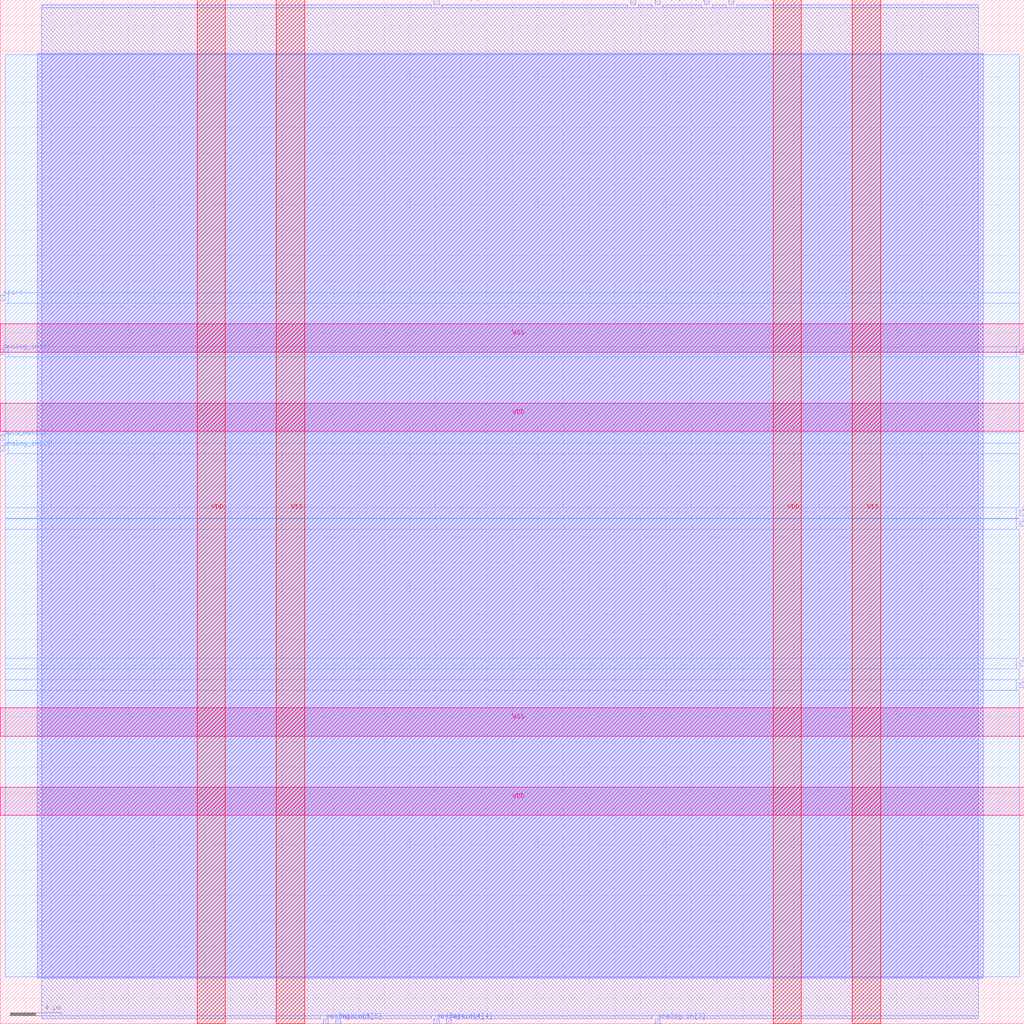
<source format=lef>
VERSION 5.7 ;
  NOWIREEXTENSIONATPIN ON ;
  DIVIDERCHAR "/" ;
  BUSBITCHARS "[]" ;
MACRO adc
  CLASS BLOCK ;
  FOREIGN adc ;
  ORIGIN 0.000 0.000 ;
  SIZE 80.000 BY 80.000 ;
  PIN VDD
    DIRECTION INOUT ;
    USE POWER ;
    PORT
      LAYER Metal4 ;
        RECT 15.380 0.000 17.580 80.000 ;
    END
    PORT
      LAYER Metal4 ;
        RECT 60.380 0.000 62.580 80.000 ;
    END
    PORT
      LAYER Metal5 ;
        RECT 0.000 16.280 80.000 18.480 ;
    END
    PORT
      LAYER Metal5 ;
        RECT 0.000 46.280 80.000 48.480 ;
    END
  END VDD
  PIN VSS
    DIRECTION INOUT ;
    USE GROUND ;
    PORT
      LAYER Metal4 ;
        RECT 21.580 0.000 23.780 80.000 ;
    END
    PORT
      LAYER Metal4 ;
        RECT 66.580 0.000 68.780 80.000 ;
    END
    PORT
      LAYER Metal5 ;
        RECT 0.000 22.480 80.000 24.680 ;
    END
    PORT
      LAYER Metal5 ;
        RECT 0.000 52.480 80.000 54.680 ;
    END
  END VSS
  PIN analog_in[0]
    DIRECTION INPUT ;
    USE SIGNAL ;
    ANTENNAGATEAREA 0.180700 ;
    PORT
      LAYER Metal3 ;
        RECT 0.000 52.300 0.400 52.700 ;
    END
  END analog_in[0]
  PIN analog_in[1]
    DIRECTION INPUT ;
    USE SIGNAL ;
    ANTENNAGATEAREA 0.180700 ;
    PORT
      LAYER Metal2 ;
        RECT 49.240 79.600 49.640 80.000 ;
    END
  END analog_in[1]
  PIN analog_in[2]
    DIRECTION INPUT ;
    USE SIGNAL ;
    ANTENNAGATEAREA 0.180700 ;
    PORT
      LAYER Metal3 ;
        RECT 0.000 44.740 0.400 45.140 ;
    END
  END analog_in[2]
  PIN analog_in[3]
    DIRECTION INPUT ;
    USE SIGNAL ;
    ANTENNAGATEAREA 0.180700 ;
    PORT
      LAYER Metal2 ;
        RECT 51.160 0.000 51.560 0.400 ;
    END
  END analog_in[3]
  PIN analog_in[4]
    DIRECTION INPUT ;
    USE SIGNAL ;
    ANTENNAGATEAREA 0.180700 ;
    PORT
      LAYER Metal2 ;
        RECT 33.880 0.000 34.280 0.400 ;
    END
  END analog_in[4]
  PIN analog_in[5]
    DIRECTION INPUT ;
    USE SIGNAL ;
    ANTENNAGATEAREA 0.180700 ;
    PORT
      LAYER Metal2 ;
        RECT 25.240 0.000 25.640 0.400 ;
    END
  END analog_in[5]
  PIN analog_in[6]
    DIRECTION INPUT ;
    USE SIGNAL ;
    ANTENNAGATEAREA 0.180700 ;
    PORT
      LAYER Metal3 ;
        RECT 79.600 38.860 80.000 39.260 ;
    END
  END analog_in[6]
  PIN analog_in[7]
    DIRECTION INPUT ;
    USE SIGNAL ;
    ANTENNAGATEAREA 0.180700 ;
    PORT
      LAYER Metal2 ;
        RECT 51.160 79.600 51.560 80.000 ;
    END
  END analog_in[7]
  PIN clk
    DIRECTION INPUT ;
    USE SIGNAL ;
    ANTENNAGATEAREA 1.450800 ;
    PORT
      LAYER Metal2 ;
        RECT 55.000 79.600 55.400 80.000 ;
    END
  END clk
  PIN data_out[0]
    DIRECTION OUTPUT ;
    USE SIGNAL ;
    ANTENNADIFFAREA 0.708600 ;
    PORT
      LAYER Metal2 ;
        RECT 33.880 79.600 34.280 80.000 ;
    END
  END data_out[0]
  PIN data_out[1]
    DIRECTION OUTPUT ;
    USE SIGNAL ;
    ANTENNADIFFAREA 0.708600 ;
    PORT
      LAYER Metal2 ;
        RECT 56.920 79.600 57.320 80.000 ;
    END
  END data_out[1]
  PIN data_out[2]
    DIRECTION OUTPUT ;
    USE SIGNAL ;
    ANTENNADIFFAREA 0.708600 ;
    PORT
      LAYER Metal3 ;
        RECT 0.000 45.580 0.400 45.980 ;
    END
  END data_out[2]
  PIN data_out[3]
    DIRECTION OUTPUT ;
    USE SIGNAL ;
    ANTENNADIFFAREA 0.708600 ;
    PORT
      LAYER Metal3 ;
        RECT 79.600 26.260 80.000 26.660 ;
    END
  END data_out[3]
  PIN data_out[4]
    DIRECTION OUTPUT ;
    USE SIGNAL ;
    ANTENNADIFFAREA 0.708600 ;
    PORT
      LAYER Metal2 ;
        RECT 34.840 0.000 35.240 0.400 ;
    END
  END data_out[4]
  PIN data_out[5]
    DIRECTION OUTPUT ;
    USE SIGNAL ;
    ANTENNADIFFAREA 0.708600 ;
    PORT
      LAYER Metal2 ;
        RECT 26.200 0.000 26.600 0.400 ;
    END
  END data_out[5]
  PIN data_out[6]
    DIRECTION OUTPUT ;
    USE SIGNAL ;
    ANTENNADIFFAREA 0.708600 ;
    PORT
      LAYER Metal3 ;
        RECT 79.600 39.700 80.000 40.100 ;
    END
  END data_out[6]
  PIN data_out[7]
    DIRECTION OUTPUT ;
    USE SIGNAL ;
    ANTENNADIFFAREA 0.708600 ;
    PORT
      LAYER Metal3 ;
        RECT 79.600 52.300 80.000 52.700 ;
    END
  END data_out[7]
  PIN ready
    DIRECTION OUTPUT ;
    USE SIGNAL ;
    ANTENNADIFFAREA 0.708600 ;
    PORT
      LAYER Metal3 ;
        RECT 79.600 27.940 80.000 28.340 ;
    END
  END ready
  PIN start
    DIRECTION INPUT ;
    USE SIGNAL ;
    ANTENNAGATEAREA 0.180700 ;
    PORT
      LAYER Metal3 ;
        RECT 0.000 56.500 0.400 56.900 ;
    END
  END start
  OBS
      LAYER GatPoly ;
        RECT 2.880 3.630 76.800 75.750 ;
      LAYER Metal1 ;
        RECT 2.880 3.560 76.800 75.820 ;
      LAYER Metal2 ;
        RECT 3.255 79.390 33.670 79.600 ;
        RECT 34.490 79.390 49.030 79.600 ;
        RECT 49.850 79.390 50.950 79.600 ;
        RECT 51.770 79.390 54.790 79.600 ;
        RECT 55.610 79.390 56.710 79.600 ;
        RECT 57.530 79.390 76.425 79.600 ;
        RECT 3.255 0.610 76.425 79.390 ;
        RECT 3.255 0.400 25.030 0.610 ;
        RECT 25.850 0.400 25.990 0.610 ;
        RECT 26.810 0.400 33.670 0.610 ;
        RECT 34.490 0.400 34.630 0.610 ;
        RECT 35.450 0.400 50.950 0.610 ;
        RECT 51.770 0.400 76.425 0.610 ;
      LAYER Metal3 ;
        RECT 0.400 57.110 79.600 75.700 ;
        RECT 0.610 56.290 79.600 57.110 ;
        RECT 0.400 52.910 79.600 56.290 ;
        RECT 0.610 52.090 79.390 52.910 ;
        RECT 0.400 46.190 79.600 52.090 ;
        RECT 0.610 45.370 79.600 46.190 ;
        RECT 0.400 45.350 79.600 45.370 ;
        RECT 0.610 44.530 79.600 45.350 ;
        RECT 0.400 40.310 79.600 44.530 ;
        RECT 0.400 39.490 79.390 40.310 ;
        RECT 0.400 39.470 79.600 39.490 ;
        RECT 0.400 38.650 79.390 39.470 ;
        RECT 0.400 28.550 79.600 38.650 ;
        RECT 0.400 27.730 79.390 28.550 ;
        RECT 0.400 26.870 79.600 27.730 ;
        RECT 0.400 26.050 79.390 26.870 ;
        RECT 0.400 3.680 79.600 26.050 ;
  END
END adc
END LIBRARY


</source>
